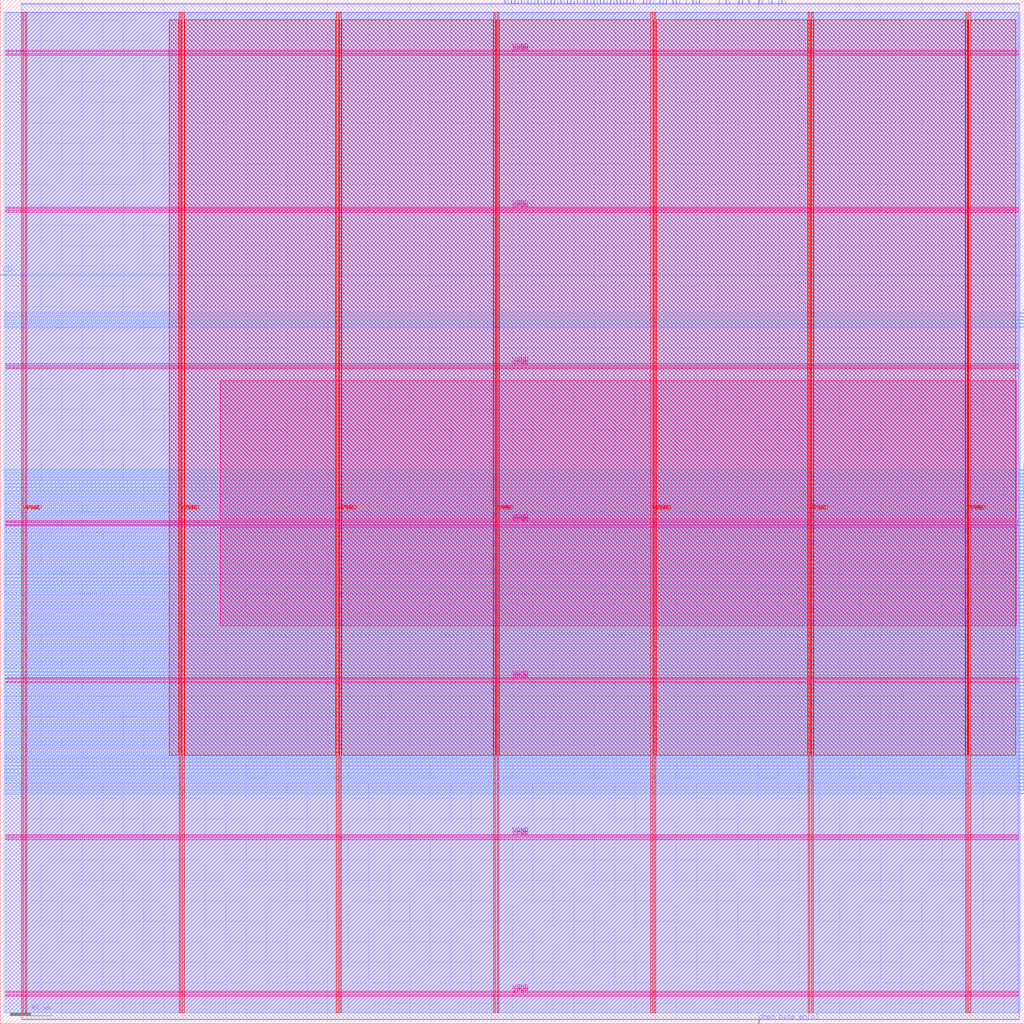
<source format=lef>
VERSION 5.7 ;
  NOWIREEXTENSIONATPIN ON ;
  DIVIDERCHAR "/" ;
  BUSBITCHARS "[]" ;
MACRO riscv_cpu
  CLASS BLOCK ;
  FOREIGN riscv_cpu ;
  ORIGIN 0.000 0.000 ;
  SIZE 1000.000 BY 1000.000 ;
  PIN VGND
    DIRECTION INOUT ;
    USE GROUND ;
    PORT
      LAYER met4 ;
        RECT 24.340 10.640 25.940 987.600 ;
    END
    PORT
      LAYER met4 ;
        RECT 177.940 10.640 179.540 987.600 ;
    END
    PORT
      LAYER met4 ;
        RECT 331.540 10.640 333.140 987.600 ;
    END
    PORT
      LAYER met4 ;
        RECT 485.140 10.640 486.740 987.600 ;
    END
    PORT
      LAYER met4 ;
        RECT 638.740 10.640 640.340 987.600 ;
    END
    PORT
      LAYER met4 ;
        RECT 792.340 10.640 793.940 987.600 ;
    END
    PORT
      LAYER met4 ;
        RECT 945.940 10.640 947.540 987.600 ;
    END
    PORT
      LAYER met5 ;
        RECT 5.280 30.030 994.300 31.630 ;
    END
    PORT
      LAYER met5 ;
        RECT 5.280 183.210 994.300 184.810 ;
    END
    PORT
      LAYER met5 ;
        RECT 5.280 336.390 994.300 337.990 ;
    END
    PORT
      LAYER met5 ;
        RECT 5.280 489.570 994.300 491.170 ;
    END
    PORT
      LAYER met5 ;
        RECT 5.280 642.750 994.300 644.350 ;
    END
    PORT
      LAYER met5 ;
        RECT 5.280 795.930 994.300 797.530 ;
    END
    PORT
      LAYER met5 ;
        RECT 5.280 949.110 994.300 950.710 ;
    END
  END VGND
  PIN VPWR
    DIRECTION INOUT ;
    USE POWER ;
    PORT
      LAYER met4 ;
        RECT 21.040 10.640 22.640 987.600 ;
    END
    PORT
      LAYER met4 ;
        RECT 174.640 10.640 176.240 987.600 ;
    END
    PORT
      LAYER met4 ;
        RECT 328.240 10.640 329.840 987.600 ;
    END
    PORT
      LAYER met4 ;
        RECT 481.840 10.640 483.440 987.600 ;
    END
    PORT
      LAYER met4 ;
        RECT 635.440 10.640 637.040 987.600 ;
    END
    PORT
      LAYER met4 ;
        RECT 789.040 10.640 790.640 987.600 ;
    END
    PORT
      LAYER met4 ;
        RECT 942.640 10.640 944.240 987.600 ;
    END
    PORT
      LAYER met5 ;
        RECT 5.280 26.730 994.300 28.330 ;
    END
    PORT
      LAYER met5 ;
        RECT 5.280 179.910 994.300 181.510 ;
    END
    PORT
      LAYER met5 ;
        RECT 5.280 333.090 994.300 334.690 ;
    END
    PORT
      LAYER met5 ;
        RECT 5.280 486.270 994.300 487.870 ;
    END
    PORT
      LAYER met5 ;
        RECT 5.280 639.450 994.300 641.050 ;
    END
    PORT
      LAYER met5 ;
        RECT 5.280 792.630 994.300 794.230 ;
    END
    PORT
      LAYER met5 ;
        RECT 5.280 945.810 994.300 947.410 ;
    END
  END VPWR
  PIN clk
    DIRECTION INPUT ;
    USE SIGNAL ;
    ANTENNAGATEAREA 0.852000 ;
    PORT
      LAYER met3 ;
        RECT 0.000 731.040 4.000 731.640 ;
    END
  END clk
  PIN dmem_addr[0]
    DIRECTION OUTPUT TRISTATE ;
    USE SIGNAL ;
    ANTENNADIFFAREA 0.445500 ;
    PORT
      LAYER met3 ;
        RECT 996.000 540.640 1000.000 541.240 ;
    END
  END dmem_addr[0]
  PIN dmem_addr[10]
    DIRECTION OUTPUT TRISTATE ;
    USE SIGNAL ;
    ANTENNADIFFAREA 0.445500 ;
    PORT
      LAYER met3 ;
        RECT 996.000 360.440 1000.000 361.040 ;
    END
  END dmem_addr[10]
  PIN dmem_addr[11]
    DIRECTION OUTPUT TRISTATE ;
    USE SIGNAL ;
    ANTENNADIFFAREA 0.795200 ;
    PORT
      LAYER met3 ;
        RECT 996.000 224.440 1000.000 225.040 ;
    END
  END dmem_addr[11]
  PIN dmem_addr[12]
    DIRECTION OUTPUT TRISTATE ;
    USE SIGNAL ;
    ANTENNADIFFAREA 0.445500 ;
    PORT
      LAYER met3 ;
        RECT 996.000 346.840 1000.000 347.440 ;
    END
  END dmem_addr[12]
  PIN dmem_addr[13]
    DIRECTION OUTPUT TRISTATE ;
    USE SIGNAL ;
    ANTENNADIFFAREA 0.795200 ;
    PORT
      LAYER met3 ;
        RECT 996.000 227.840 1000.000 228.440 ;
    END
  END dmem_addr[13]
  PIN dmem_addr[14]
    DIRECTION OUTPUT TRISTATE ;
    USE SIGNAL ;
    ANTENNADIFFAREA 0.445500 ;
    PORT
      LAYER met3 ;
        RECT 996.000 238.040 1000.000 238.640 ;
    END
  END dmem_addr[14]
  PIN dmem_addr[15]
    DIRECTION OUTPUT TRISTATE ;
    USE SIGNAL ;
    ANTENNADIFFAREA 0.795200 ;
    PORT
      LAYER met3 ;
        RECT 996.000 241.440 1000.000 242.040 ;
    END
  END dmem_addr[15]
  PIN dmem_addr[16]
    DIRECTION OUTPUT TRISTATE ;
    USE SIGNAL ;
    ANTENNADIFFAREA 0.795200 ;
    PORT
      LAYER met3 ;
        RECT 996.000 336.640 1000.000 337.240 ;
    END
  END dmem_addr[16]
  PIN dmem_addr[17]
    DIRECTION OUTPUT TRISTATE ;
    USE SIGNAL ;
    ANTENNADIFFAREA 0.445500 ;
    PORT
      LAYER met3 ;
        RECT 996.000 251.640 1000.000 252.240 ;
    END
  END dmem_addr[17]
  PIN dmem_addr[18]
    DIRECTION OUTPUT TRISTATE ;
    USE SIGNAL ;
    ANTENNADIFFAREA 0.445500 ;
    PORT
      LAYER met3 ;
        RECT 996.000 265.240 1000.000 265.840 ;
    END
  END dmem_addr[18]
  PIN dmem_addr[19]
    DIRECTION OUTPUT TRISTATE ;
    USE SIGNAL ;
    ANTENNADIFFAREA 0.795200 ;
    PORT
      LAYER met3 ;
        RECT 996.000 275.440 1000.000 276.040 ;
    END
  END dmem_addr[19]
  PIN dmem_addr[1]
    DIRECTION OUTPUT TRISTATE ;
    USE SIGNAL ;
    ANTENNADIFFAREA 0.445500 ;
    PORT
      LAYER met3 ;
        RECT 996.000 445.440 1000.000 446.040 ;
    END
  END dmem_addr[1]
  PIN dmem_addr[20]
    DIRECTION OUTPUT TRISTATE ;
    USE SIGNAL ;
    ANTENNADIFFAREA 0.795200 ;
    PORT
      LAYER met3 ;
        RECT 996.000 302.640 1000.000 303.240 ;
    END
  END dmem_addr[20]
  PIN dmem_addr[21]
    DIRECTION OUTPUT TRISTATE ;
    USE SIGNAL ;
    ANTENNADIFFAREA 0.795200 ;
    PORT
      LAYER met3 ;
        RECT 996.000 255.040 1000.000 255.640 ;
    END
  END dmem_addr[21]
  PIN dmem_addr[22]
    DIRECTION OUTPUT TRISTATE ;
    USE SIGNAL ;
    ANTENNADIFFAREA 0.445500 ;
    PORT
      LAYER met3 ;
        RECT 996.000 278.840 1000.000 279.440 ;
    END
  END dmem_addr[22]
  PIN dmem_addr[23]
    DIRECTION OUTPUT TRISTATE ;
    USE SIGNAL ;
    ANTENNADIFFAREA 0.795200 ;
    PORT
      LAYER met3 ;
        RECT 996.000 268.640 1000.000 269.240 ;
    END
  END dmem_addr[23]
  PIN dmem_addr[24]
    DIRECTION OUTPUT TRISTATE ;
    USE SIGNAL ;
    ANTENNADIFFAREA 0.445500 ;
    PORT
      LAYER met3 ;
        RECT 996.000 312.840 1000.000 313.440 ;
    END
  END dmem_addr[24]
  PIN dmem_addr[25]
    DIRECTION OUTPUT TRISTATE ;
    USE SIGNAL ;
    ANTENNADIFFAREA 0.445500 ;
    PORT
      LAYER met3 ;
        RECT 996.000 319.640 1000.000 320.240 ;
    END
  END dmem_addr[25]
  PIN dmem_addr[26]
    DIRECTION OUTPUT TRISTATE ;
    USE SIGNAL ;
    ANTENNADIFFAREA 0.795200 ;
    PORT
      LAYER met3 ;
        RECT 996.000 248.240 1000.000 248.840 ;
    END
  END dmem_addr[26]
  PIN dmem_addr[27]
    DIRECTION OUTPUT TRISTATE ;
    USE SIGNAL ;
    ANTENNADIFFAREA 0.445500 ;
    PORT
      LAYER met3 ;
        RECT 996.000 343.440 1000.000 344.040 ;
    END
  END dmem_addr[27]
  PIN dmem_addr[28]
    DIRECTION OUTPUT TRISTATE ;
    USE SIGNAL ;
    ANTENNADIFFAREA 0.795200 ;
    PORT
      LAYER met3 ;
        RECT 996.000 234.640 1000.000 235.240 ;
    END
  END dmem_addr[28]
  PIN dmem_addr[29]
    DIRECTION OUTPUT TRISTATE ;
    USE SIGNAL ;
    ANTENNADIFFAREA 0.445500 ;
    PORT
      LAYER met3 ;
        RECT 996.000 340.040 1000.000 340.640 ;
    END
  END dmem_addr[29]
  PIN dmem_addr[2]
    DIRECTION OUTPUT TRISTATE ;
    USE SIGNAL ;
    ANTENNADIFFAREA 0.445500 ;
    PORT
      LAYER met3 ;
        RECT 996.000 418.240 1000.000 418.840 ;
    END
  END dmem_addr[2]
  PIN dmem_addr[30]
    DIRECTION OUTPUT TRISTATE ;
    USE SIGNAL ;
    ANTENNADIFFAREA 0.795200 ;
    PORT
      LAYER met3 ;
        RECT 996.000 350.240 1000.000 350.840 ;
    END
  END dmem_addr[30]
  PIN dmem_addr[31]
    DIRECTION OUTPUT TRISTATE ;
    USE SIGNAL ;
    ANTENNADIFFAREA 0.445500 ;
    PORT
      LAYER met3 ;
        RECT 996.000 370.640 1000.000 371.240 ;
    END
  END dmem_addr[31]
  PIN dmem_addr[3]
    DIRECTION OUTPUT TRISTATE ;
    USE SIGNAL ;
    ANTENNADIFFAREA 0.445500 ;
    PORT
      LAYER met3 ;
        RECT 996.000 520.240 1000.000 520.840 ;
    END
  END dmem_addr[3]
  PIN dmem_addr[4]
    DIRECTION OUTPUT TRISTATE ;
    USE SIGNAL ;
    ANTENNADIFFAREA 0.795200 ;
    PORT
      LAYER met3 ;
        RECT 996.000 428.440 1000.000 429.040 ;
    END
  END dmem_addr[4]
  PIN dmem_addr[5]
    DIRECTION OUTPUT TRISTATE ;
    USE SIGNAL ;
    ANTENNADIFFAREA 0.445500 ;
    PORT
      LAYER met3 ;
        RECT 996.000 452.240 1000.000 452.840 ;
    END
  END dmem_addr[5]
  PIN dmem_addr[6]
    DIRECTION OUTPUT TRISTATE ;
    USE SIGNAL ;
    ANTENNADIFFAREA 0.795200 ;
    PORT
      LAYER met3 ;
        RECT 996.000 357.040 1000.000 357.640 ;
    END
  END dmem_addr[6]
  PIN dmem_addr[7]
    DIRECTION OUTPUT TRISTATE ;
    USE SIGNAL ;
    ANTENNADIFFAREA 0.445500 ;
    PORT
      LAYER met3 ;
        RECT 996.000 367.240 1000.000 367.840 ;
    END
  END dmem_addr[7]
  PIN dmem_addr[8]
    DIRECTION OUTPUT TRISTATE ;
    USE SIGNAL ;
    ANTENNADIFFAREA 0.445500 ;
    PORT
      LAYER met3 ;
        RECT 996.000 401.240 1000.000 401.840 ;
    END
  END dmem_addr[8]
  PIN dmem_addr[9]
    DIRECTION OUTPUT TRISTATE ;
    USE SIGNAL ;
    ANTENNADIFFAREA 0.795200 ;
    PORT
      LAYER met3 ;
        RECT 996.000 380.840 1000.000 381.440 ;
    END
  END dmem_addr[9]
  PIN dmem_byte_en[0]
    DIRECTION OUTPUT TRISTATE ;
    USE SIGNAL ;
    PORT
      LAYER met2 ;
        RECT 740.690 0.000 740.970 4.000 ;
    END
  END dmem_byte_en[0]
  PIN dmem_byte_en[1]
    DIRECTION OUTPUT TRISTATE ;
    USE SIGNAL ;
    ANTENNADIFFAREA 0.795200 ;
    PORT
      LAYER met2 ;
        RECT 608.670 996.000 608.950 1000.000 ;
    END
  END dmem_byte_en[1]
  PIN dmem_byte_en[2]
    DIRECTION OUTPUT TRISTATE ;
    USE SIGNAL ;
    ANTENNADIFFAREA 0.795200 ;
    PORT
      LAYER met2 ;
        RECT 582.910 996.000 583.190 1000.000 ;
    END
  END dmem_byte_en[2]
  PIN dmem_byte_en[3]
    DIRECTION OUTPUT TRISTATE ;
    USE SIGNAL ;
    ANTENNADIFFAREA 0.795200 ;
    PORT
      LAYER met2 ;
        RECT 592.570 996.000 592.850 1000.000 ;
    END
  END dmem_byte_en[3]
  PIN dmem_rdata[0]
    DIRECTION INPUT ;
    USE SIGNAL ;
    ANTENNAGATEAREA 0.213000 ;
    PORT
      LAYER met3 ;
        RECT 996.000 462.440 1000.000 463.040 ;
    END
  END dmem_rdata[0]
  PIN dmem_rdata[10]
    DIRECTION INPUT ;
    USE SIGNAL ;
    ANTENNAGATEAREA 0.213000 ;
    PORT
      LAYER met3 ;
        RECT 996.000 374.040 1000.000 374.640 ;
    END
  END dmem_rdata[10]
  PIN dmem_rdata[11]
    DIRECTION INPUT ;
    USE SIGNAL ;
    ANTENNAGATEAREA 0.213000 ;
    PORT
      LAYER met3 ;
        RECT 996.000 363.840 1000.000 364.440 ;
    END
  END dmem_rdata[11]
  PIN dmem_rdata[12]
    DIRECTION INPUT ;
    USE SIGNAL ;
    ANTENNAGATEAREA 0.213000 ;
    PORT
      LAYER met3 ;
        RECT 996.000 353.640 1000.000 354.240 ;
    END
  END dmem_rdata[12]
  PIN dmem_rdata[13]
    DIRECTION INPUT ;
    USE SIGNAL ;
    ANTENNAGATEAREA 0.213000 ;
    PORT
      LAYER met3 ;
        RECT 996.000 261.840 1000.000 262.440 ;
    END
  END dmem_rdata[13]
  PIN dmem_rdata[14]
    DIRECTION INPUT ;
    USE SIGNAL ;
    ANTENNAGATEAREA 0.213000 ;
    PORT
      LAYER met3 ;
        RECT 996.000 323.040 1000.000 323.640 ;
    END
  END dmem_rdata[14]
  PIN dmem_rdata[15]
    DIRECTION INPUT ;
    USE SIGNAL ;
    ANTENNAGATEAREA 0.213000 ;
    PORT
      LAYER met3 ;
        RECT 996.000 309.440 1000.000 310.040 ;
    END
  END dmem_rdata[15]
  PIN dmem_rdata[16]
    DIRECTION INPUT ;
    USE SIGNAL ;
    ANTENNAGATEAREA 0.213000 ;
    PORT
      LAYER met3 ;
        RECT 996.000 244.840 1000.000 245.440 ;
    END
  END dmem_rdata[16]
  PIN dmem_rdata[17]
    DIRECTION INPUT ;
    USE SIGNAL ;
    ANTENNAGATEAREA 0.213000 ;
    PORT
      LAYER met3 ;
        RECT 996.000 272.040 1000.000 272.640 ;
    END
  END dmem_rdata[17]
  PIN dmem_rdata[18]
    DIRECTION INPUT ;
    USE SIGNAL ;
    ANTENNAGATEAREA 0.213000 ;
    PORT
      LAYER met3 ;
        RECT 996.000 306.040 1000.000 306.640 ;
    END
  END dmem_rdata[18]
  PIN dmem_rdata[19]
    DIRECTION INPUT ;
    USE SIGNAL ;
    ANTENNAGATEAREA 0.159000 ;
    PORT
      LAYER met3 ;
        RECT 996.000 282.240 1000.000 282.840 ;
    END
  END dmem_rdata[19]
  PIN dmem_rdata[1]
    DIRECTION INPUT ;
    USE SIGNAL ;
    ANTENNAGATEAREA 0.213000 ;
    PORT
      LAYER met3 ;
        RECT 996.000 421.640 1000.000 422.240 ;
    END
  END dmem_rdata[1]
  PIN dmem_rdata[20]
    DIRECTION INPUT ;
    USE SIGNAL ;
    ANTENNAGATEAREA 0.213000 ;
    PORT
      LAYER met3 ;
        RECT 996.000 285.640 1000.000 286.240 ;
    END
  END dmem_rdata[20]
  PIN dmem_rdata[21]
    DIRECTION INPUT ;
    USE SIGNAL ;
    ANTENNAGATEAREA 0.159000 ;
    PORT
      LAYER met3 ;
        RECT 996.000 299.240 1000.000 299.840 ;
    END
  END dmem_rdata[21]
  PIN dmem_rdata[22]
    DIRECTION INPUT ;
    USE SIGNAL ;
    ANTENNAGATEAREA 0.159000 ;
    PORT
      LAYER met3 ;
        RECT 996.000 292.440 1000.000 293.040 ;
    END
  END dmem_rdata[22]
  PIN dmem_rdata[23]
    DIRECTION INPUT ;
    USE SIGNAL ;
    ANTENNAGATEAREA 0.213000 ;
    PORT
      LAYER met3 ;
        RECT 996.000 289.040 1000.000 289.640 ;
    END
  END dmem_rdata[23]
  PIN dmem_rdata[24]
    DIRECTION INPUT ;
    USE SIGNAL ;
    ANTENNAGATEAREA 0.213000 ;
    PORT
      LAYER met3 ;
        RECT 996.000 295.840 1000.000 296.440 ;
    END
  END dmem_rdata[24]
  PIN dmem_rdata[25]
    DIRECTION INPUT ;
    USE SIGNAL ;
    ANTENNAGATEAREA 0.213000 ;
    PORT
      LAYER met3 ;
        RECT 996.000 316.240 1000.000 316.840 ;
    END
  END dmem_rdata[25]
  PIN dmem_rdata[26]
    DIRECTION INPUT ;
    USE SIGNAL ;
    ANTENNAGATEAREA 0.213000 ;
    PORT
      LAYER met3 ;
        RECT 996.000 258.440 1000.000 259.040 ;
    END
  END dmem_rdata[26]
  PIN dmem_rdata[27]
    DIRECTION INPUT ;
    USE SIGNAL ;
    ANTENNAGATEAREA 0.213000 ;
    PORT
      LAYER met3 ;
        RECT 996.000 333.240 1000.000 333.840 ;
    END
  END dmem_rdata[27]
  PIN dmem_rdata[28]
    DIRECTION INPUT ;
    USE SIGNAL ;
    ANTENNAGATEAREA 0.213000 ;
    PORT
      LAYER met3 ;
        RECT 996.000 326.440 1000.000 327.040 ;
    END
  END dmem_rdata[28]
  PIN dmem_rdata[29]
    DIRECTION INPUT ;
    USE SIGNAL ;
    ANTENNAGATEAREA 0.213000 ;
    PORT
      LAYER met3 ;
        RECT 996.000 231.240 1000.000 231.840 ;
    END
  END dmem_rdata[29]
  PIN dmem_rdata[2]
    DIRECTION INPUT ;
    USE SIGNAL ;
    ANTENNAGATEAREA 0.213000 ;
    PORT
      LAYER met3 ;
        RECT 996.000 425.040 1000.000 425.640 ;
    END
  END dmem_rdata[2]
  PIN dmem_rdata[30]
    DIRECTION INPUT ;
    USE SIGNAL ;
    ANTENNAGATEAREA 0.213000 ;
    PORT
      LAYER met3 ;
        RECT 996.000 329.840 1000.000 330.440 ;
    END
  END dmem_rdata[30]
  PIN dmem_rdata[31]
    DIRECTION INPUT ;
    USE SIGNAL ;
    ANTENNAGATEAREA 0.213000 ;
    PORT
      LAYER met3 ;
        RECT 996.000 459.040 1000.000 459.640 ;
    END
  END dmem_rdata[31]
  PIN dmem_rdata[3]
    DIRECTION INPUT ;
    USE SIGNAL ;
    ANTENNAGATEAREA 0.213000 ;
    PORT
      LAYER met3 ;
        RECT 996.000 438.640 1000.000 439.240 ;
    END
  END dmem_rdata[3]
  PIN dmem_rdata[4]
    DIRECTION INPUT ;
    USE SIGNAL ;
    ANTENNAGATEAREA 0.213000 ;
    PORT
      LAYER met3 ;
        RECT 996.000 506.640 1000.000 507.240 ;
    END
  END dmem_rdata[4]
  PIN dmem_rdata[5]
    DIRECTION INPUT ;
    USE SIGNAL ;
    ANTENNAGATEAREA 0.213000 ;
    PORT
      LAYER met3 ;
        RECT 996.000 435.240 1000.000 435.840 ;
    END
  END dmem_rdata[5]
  PIN dmem_rdata[6]
    DIRECTION INPUT ;
    USE SIGNAL ;
    ANTENNAGATEAREA 0.213000 ;
    PORT
      LAYER met3 ;
        RECT 996.000 411.440 1000.000 412.040 ;
    END
  END dmem_rdata[6]
  PIN dmem_rdata[7]
    DIRECTION INPUT ;
    USE SIGNAL ;
    ANTENNAGATEAREA 0.213000 ;
    PORT
      LAYER met3 ;
        RECT 996.000 377.440 1000.000 378.040 ;
    END
  END dmem_rdata[7]
  PIN dmem_rdata[8]
    DIRECTION INPUT ;
    USE SIGNAL ;
    ANTENNAGATEAREA 0.213000 ;
    PORT
      LAYER met3 ;
        RECT 996.000 387.640 1000.000 388.240 ;
    END
  END dmem_rdata[8]
  PIN dmem_rdata[9]
    DIRECTION INPUT ;
    USE SIGNAL ;
    ANTENNAGATEAREA 0.213000 ;
    PORT
      LAYER met3 ;
        RECT 996.000 384.240 1000.000 384.840 ;
    END
  END dmem_rdata[9]
  PIN dmem_re
    DIRECTION OUTPUT TRISTATE ;
    USE SIGNAL ;
    ANTENNADIFFAREA 0.795200 ;
    PORT
      LAYER met2 ;
        RECT 566.810 996.000 567.090 1000.000 ;
    END
  END dmem_re
  PIN dmem_wdata[0]
    DIRECTION OUTPUT TRISTATE ;
    USE SIGNAL ;
    ANTENNADIFFAREA 0.795200 ;
    PORT
      LAYER met3 ;
        RECT 996.000 516.840 1000.000 517.440 ;
    END
  END dmem_wdata[0]
  PIN dmem_wdata[10]
    DIRECTION OUTPUT TRISTATE ;
    USE SIGNAL ;
    ANTENNADIFFAREA 0.795200 ;
    PORT
      LAYER met3 ;
        RECT 996.000 408.040 1000.000 408.640 ;
    END
  END dmem_wdata[10]
  PIN dmem_wdata[11]
    DIRECTION OUTPUT TRISTATE ;
    USE SIGNAL ;
    ANTENNADIFFAREA 0.445500 ;
    PORT
      LAYER met3 ;
        RECT 996.000 472.640 1000.000 473.240 ;
    END
  END dmem_wdata[11]
  PIN dmem_wdata[12]
    DIRECTION OUTPUT TRISTATE ;
    USE SIGNAL ;
    ANTENNADIFFAREA 0.445500 ;
    PORT
      LAYER met3 ;
        RECT 996.000 391.040 1000.000 391.640 ;
    END
  END dmem_wdata[12]
  PIN dmem_wdata[13]
    DIRECTION OUTPUT TRISTATE ;
    USE SIGNAL ;
    ANTENNADIFFAREA 0.795200 ;
    PORT
      LAYER met3 ;
        RECT 996.000 476.040 1000.000 476.640 ;
    END
  END dmem_wdata[13]
  PIN dmem_wdata[14]
    DIRECTION OUTPUT TRISTATE ;
    USE SIGNAL ;
    ANTENNADIFFAREA 0.795200 ;
    PORT
      LAYER met3 ;
        RECT 996.000 404.640 1000.000 405.240 ;
    END
  END dmem_wdata[14]
  PIN dmem_wdata[15]
    DIRECTION OUTPUT TRISTATE ;
    USE SIGNAL ;
    ANTENNADIFFAREA 0.445500 ;
    PORT
      LAYER met3 ;
        RECT 996.000 394.440 1000.000 395.040 ;
    END
  END dmem_wdata[15]
  PIN dmem_wdata[16]
    DIRECTION OUTPUT TRISTATE ;
    USE SIGNAL ;
    ANTENNADIFFAREA 0.445500 ;
    PORT
      LAYER met3 ;
        RECT 996.000 486.240 1000.000 486.840 ;
    END
  END dmem_wdata[16]
  PIN dmem_wdata[17]
    DIRECTION OUTPUT TRISTATE ;
    USE SIGNAL ;
    ANTENNADIFFAREA 0.445500 ;
    PORT
      LAYER met3 ;
        RECT 996.000 527.040 1000.000 527.640 ;
    END
  END dmem_wdata[17]
  PIN dmem_wdata[18]
    DIRECTION OUTPUT TRISTATE ;
    USE SIGNAL ;
    ANTENNADIFFAREA 0.795200 ;
    PORT
      LAYER met3 ;
        RECT 996.000 455.640 1000.000 456.240 ;
    END
  END dmem_wdata[18]
  PIN dmem_wdata[19]
    DIRECTION OUTPUT TRISTATE ;
    USE SIGNAL ;
    ANTENNADIFFAREA 0.795200 ;
    PORT
      LAYER met3 ;
        RECT 996.000 510.040 1000.000 510.640 ;
    END
  END dmem_wdata[19]
  PIN dmem_wdata[1]
    DIRECTION OUTPUT TRISTATE ;
    USE SIGNAL ;
    ANTENNADIFFAREA 0.795200 ;
    PORT
      LAYER met3 ;
        RECT 996.000 496.440 1000.000 497.040 ;
    END
  END dmem_wdata[1]
  PIN dmem_wdata[20]
    DIRECTION OUTPUT TRISTATE ;
    USE SIGNAL ;
    ANTENNADIFFAREA 0.795200 ;
    PORT
      LAYER met3 ;
        RECT 996.000 448.840 1000.000 449.440 ;
    END
  END dmem_wdata[20]
  PIN dmem_wdata[21]
    DIRECTION OUTPUT TRISTATE ;
    USE SIGNAL ;
    ANTENNADIFFAREA 0.795200 ;
    PORT
      LAYER met3 ;
        RECT 996.000 482.840 1000.000 483.440 ;
    END
  END dmem_wdata[21]
  PIN dmem_wdata[22]
    DIRECTION OUTPUT TRISTATE ;
    USE SIGNAL ;
    ANTENNADIFFAREA 0.445500 ;
    PORT
      LAYER met3 ;
        RECT 996.000 499.840 1000.000 500.440 ;
    END
  END dmem_wdata[22]
  PIN dmem_wdata[23]
    DIRECTION OUTPUT TRISTATE ;
    USE SIGNAL ;
    ANTENNADIFFAREA 0.445500 ;
    PORT
      LAYER met3 ;
        RECT 996.000 465.840 1000.000 466.440 ;
    END
  END dmem_wdata[23]
  PIN dmem_wdata[24]
    DIRECTION OUTPUT TRISTATE ;
    USE SIGNAL ;
    ANTENNADIFFAREA 0.445500 ;
    PORT
      LAYER met3 ;
        RECT 996.000 442.040 1000.000 442.640 ;
    END
  END dmem_wdata[24]
  PIN dmem_wdata[25]
    DIRECTION OUTPUT TRISTATE ;
    USE SIGNAL ;
    ANTENNADIFFAREA 0.445500 ;
    PORT
      LAYER met3 ;
        RECT 996.000 469.240 1000.000 469.840 ;
    END
  END dmem_wdata[25]
  PIN dmem_wdata[26]
    DIRECTION OUTPUT TRISTATE ;
    USE SIGNAL ;
    ANTENNADIFFAREA 0.795200 ;
    PORT
      LAYER met3 ;
        RECT 996.000 537.240 1000.000 537.840 ;
    END
  END dmem_wdata[26]
  PIN dmem_wdata[27]
    DIRECTION OUTPUT TRISTATE ;
    USE SIGNAL ;
    ANTENNADIFFAREA 0.445500 ;
    PORT
      LAYER met3 ;
        RECT 996.000 513.440 1000.000 514.040 ;
    END
  END dmem_wdata[27]
  PIN dmem_wdata[28]
    DIRECTION OUTPUT TRISTATE ;
    USE SIGNAL ;
    ANTENNADIFFAREA 0.445500 ;
    PORT
      LAYER met3 ;
        RECT 996.000 493.040 1000.000 493.640 ;
    END
  END dmem_wdata[28]
  PIN dmem_wdata[29]
    DIRECTION OUTPUT TRISTATE ;
    USE SIGNAL ;
    ANTENNADIFFAREA 0.795200 ;
    PORT
      LAYER met3 ;
        RECT 996.000 489.640 1000.000 490.240 ;
    END
  END dmem_wdata[29]
  PIN dmem_wdata[2]
    DIRECTION OUTPUT TRISTATE ;
    USE SIGNAL ;
    ANTENNADIFFAREA 0.445500 ;
    PORT
      LAYER met3 ;
        RECT 996.000 479.440 1000.000 480.040 ;
    END
  END dmem_wdata[2]
  PIN dmem_wdata[30]
    DIRECTION OUTPUT TRISTATE ;
    USE SIGNAL ;
    ANTENNADIFFAREA 0.795200 ;
    PORT
      LAYER met3 ;
        RECT 996.000 523.640 1000.000 524.240 ;
    END
  END dmem_wdata[30]
  PIN dmem_wdata[31]
    DIRECTION OUTPUT TRISTATE ;
    USE SIGNAL ;
    ANTENNADIFFAREA 0.445500 ;
    PORT
      LAYER met3 ;
        RECT 996.000 533.840 1000.000 534.440 ;
    END
  END dmem_wdata[31]
  PIN dmem_wdata[3]
    DIRECTION OUTPUT TRISTATE ;
    USE SIGNAL ;
    ANTENNADIFFAREA 0.795200 ;
    PORT
      LAYER met3 ;
        RECT 996.000 530.440 1000.000 531.040 ;
    END
  END dmem_wdata[3]
  PIN dmem_wdata[4]
    DIRECTION OUTPUT TRISTATE ;
    USE SIGNAL ;
    ANTENNADIFFAREA 0.445500 ;
    PORT
      LAYER met3 ;
        RECT 996.000 414.840 1000.000 415.440 ;
    END
  END dmem_wdata[4]
  PIN dmem_wdata[5]
    DIRECTION OUTPUT TRISTATE ;
    USE SIGNAL ;
    ANTENNADIFFAREA 0.795200 ;
    PORT
      LAYER met2 ;
        RECT 615.110 996.000 615.390 1000.000 ;
    END
  END dmem_wdata[5]
  PIN dmem_wdata[6]
    DIRECTION OUTPUT TRISTATE ;
    USE SIGNAL ;
    ANTENNADIFFAREA 0.795200 ;
    PORT
      LAYER met2 ;
        RECT 611.890 996.000 612.170 1000.000 ;
    END
  END dmem_wdata[6]
  PIN dmem_wdata[7]
    DIRECTION OUTPUT TRISTATE ;
    USE SIGNAL ;
    ANTENNADIFFAREA 0.795200 ;
    PORT
      LAYER met2 ;
        RECT 618.330 996.000 618.610 1000.000 ;
    END
  END dmem_wdata[7]
  PIN dmem_wdata[8]
    DIRECTION OUTPUT TRISTATE ;
    USE SIGNAL ;
    ANTENNADIFFAREA 0.445500 ;
    PORT
      LAYER met3 ;
        RECT 996.000 397.840 1000.000 398.440 ;
    END
  END dmem_wdata[8]
  PIN dmem_wdata[9]
    DIRECTION OUTPUT TRISTATE ;
    USE SIGNAL ;
    ANTENNADIFFAREA 0.795200 ;
    PORT
      LAYER met3 ;
        RECT 996.000 503.240 1000.000 503.840 ;
    END
  END dmem_wdata[9]
  PIN dmem_we
    DIRECTION OUTPUT TRISTATE ;
    USE SIGNAL ;
    ANTENNADIFFAREA 0.795200 ;
    PORT
      LAYER met2 ;
        RECT 586.130 996.000 586.410 1000.000 ;
    END
  END dmem_we
  PIN imem_addr[0]
    DIRECTION OUTPUT TRISTATE ;
    USE SIGNAL ;
    ANTENNADIFFAREA 0.795200 ;
    PORT
      LAYER met2 ;
        RECT 656.970 996.000 657.250 1000.000 ;
    END
  END imem_addr[0]
  PIN imem_addr[10]
    DIRECTION OUTPUT TRISTATE ;
    USE SIGNAL ;
    ANTENNADIFFAREA 0.795200 ;
    PORT
      LAYER met2 ;
        RECT 663.410 996.000 663.690 1000.000 ;
    END
  END imem_addr[10]
  PIN imem_addr[11]
    DIRECTION OUTPUT TRISTATE ;
    USE SIGNAL ;
    ANTENNADIFFAREA 0.795200 ;
    PORT
      LAYER met2 ;
        RECT 676.290 996.000 676.570 1000.000 ;
    END
  END imem_addr[11]
  PIN imem_addr[12]
    DIRECTION OUTPUT TRISTATE ;
    USE SIGNAL ;
    ANTENNADIFFAREA 0.795200 ;
    PORT
      LAYER met2 ;
        RECT 679.510 996.000 679.790 1000.000 ;
    END
  END imem_addr[12]
  PIN imem_addr[13]
    DIRECTION OUTPUT TRISTATE ;
    USE SIGNAL ;
    ANTENNADIFFAREA 0.795200 ;
    PORT
      LAYER met2 ;
        RECT 682.730 996.000 683.010 1000.000 ;
    END
  END imem_addr[13]
  PIN imem_addr[14]
    DIRECTION OUTPUT TRISTATE ;
    USE SIGNAL ;
    ANTENNADIFFAREA 0.795200 ;
    PORT
      LAYER met2 ;
        RECT 702.050 996.000 702.330 1000.000 ;
    END
  END imem_addr[14]
  PIN imem_addr[15]
    DIRECTION OUTPUT TRISTATE ;
    USE SIGNAL ;
    ANTENNADIFFAREA 0.795200 ;
    PORT
      LAYER met2 ;
        RECT 708.490 996.000 708.770 1000.000 ;
    END
  END imem_addr[15]
  PIN imem_addr[16]
    DIRECTION OUTPUT TRISTATE ;
    USE SIGNAL ;
    ANTENNADIFFAREA 0.795200 ;
    PORT
      LAYER met2 ;
        RECT 711.710 996.000 711.990 1000.000 ;
    END
  END imem_addr[16]
  PIN imem_addr[17]
    DIRECTION OUTPUT TRISTATE ;
    USE SIGNAL ;
    ANTENNADIFFAREA 0.795200 ;
    PORT
      LAYER met2 ;
        RECT 724.590 996.000 724.870 1000.000 ;
    END
  END imem_addr[17]
  PIN imem_addr[18]
    DIRECTION OUTPUT TRISTATE ;
    USE SIGNAL ;
    ANTENNADIFFAREA 0.795200 ;
    PORT
      LAYER met2 ;
        RECT 721.370 996.000 721.650 1000.000 ;
    END
  END imem_addr[18]
  PIN imem_addr[19]
    DIRECTION OUTPUT TRISTATE ;
    USE SIGNAL ;
    ANTENNADIFFAREA 0.795200 ;
    PORT
      LAYER met2 ;
        RECT 731.030 996.000 731.310 1000.000 ;
    END
  END imem_addr[19]
  PIN imem_addr[1]
    DIRECTION OUTPUT TRISTATE ;
    USE SIGNAL ;
    ANTENNADIFFAREA 0.795200 ;
    PORT
      LAYER met2 ;
        RECT 669.850 996.000 670.130 1000.000 ;
    END
  END imem_addr[1]
  PIN imem_addr[20]
    DIRECTION OUTPUT TRISTATE ;
    USE SIGNAL ;
    ANTENNADIFFAREA 0.795200 ;
    PORT
      LAYER met2 ;
        RECT 743.910 996.000 744.190 1000.000 ;
    END
  END imem_addr[20]
  PIN imem_addr[21]
    DIRECTION OUTPUT TRISTATE ;
    USE SIGNAL ;
    ANTENNADIFFAREA 0.795200 ;
    PORT
      LAYER met2 ;
        RECT 740.690 996.000 740.970 1000.000 ;
    END
  END imem_addr[21]
  PIN imem_addr[22]
    DIRECTION OUTPUT TRISTATE ;
    USE SIGNAL ;
    ANTENNADIFFAREA 0.795200 ;
    PORT
      LAYER met2 ;
        RECT 760.010 996.000 760.290 1000.000 ;
    END
  END imem_addr[22]
  PIN imem_addr[23]
    DIRECTION OUTPUT TRISTATE ;
    USE SIGNAL ;
    ANTENNADIFFAREA 0.795200 ;
    PORT
      LAYER met2 ;
        RECT 763.230 996.000 763.510 1000.000 ;
    END
  END imem_addr[23]
  PIN imem_addr[24]
    DIRECTION OUTPUT TRISTATE ;
    USE SIGNAL ;
    ANTENNADIFFAREA 0.445500 ;
    PORT
      LAYER met3 ;
        RECT 996.000 693.640 1000.000 694.240 ;
    END
  END imem_addr[24]
  PIN imem_addr[25]
    DIRECTION OUTPUT TRISTATE ;
    USE SIGNAL ;
    ANTENNADIFFAREA 0.795200 ;
    PORT
      LAYER met3 ;
        RECT 996.000 686.840 1000.000 687.440 ;
    END
  END imem_addr[25]
  PIN imem_addr[26]
    DIRECTION OUTPUT TRISTATE ;
    USE SIGNAL ;
    ANTENNADIFFAREA 0.795200 ;
    PORT
      LAYER met3 ;
        RECT 996.000 683.440 1000.000 684.040 ;
    END
  END imem_addr[26]
  PIN imem_addr[27]
    DIRECTION OUTPUT TRISTATE ;
    USE SIGNAL ;
    ANTENNADIFFAREA 0.795200 ;
    PORT
      LAYER met2 ;
        RECT 753.570 996.000 753.850 1000.000 ;
    END
  END imem_addr[27]
  PIN imem_addr[28]
    DIRECTION OUTPUT TRISTATE ;
    USE SIGNAL ;
    ANTENNADIFFAREA 0.795200 ;
    PORT
      LAYER met2 ;
        RECT 766.450 996.000 766.730 1000.000 ;
    END
  END imem_addr[28]
  PIN imem_addr[29]
    DIRECTION OUTPUT TRISTATE ;
    USE SIGNAL ;
    ANTENNADIFFAREA 0.795200 ;
    PORT
      LAYER met3 ;
        RECT 996.000 690.240 1000.000 690.840 ;
    END
  END imem_addr[29]
  PIN imem_addr[2]
    DIRECTION OUTPUT TRISTATE ;
    USE SIGNAL ;
    ANTENNADIFFAREA 0.795200 ;
    PORT
      LAYER met2 ;
        RECT 634.430 996.000 634.710 1000.000 ;
    END
  END imem_addr[2]
  PIN imem_addr[30]
    DIRECTION OUTPUT TRISTATE ;
    USE SIGNAL ;
    ANTENNADIFFAREA 0.795200 ;
    PORT
      LAYER met2 ;
        RECT 750.350 996.000 750.630 1000.000 ;
    END
  END imem_addr[30]
  PIN imem_addr[31]
    DIRECTION OUTPUT TRISTATE ;
    USE SIGNAL ;
    ANTENNADIFFAREA 0.445500 ;
    PORT
      LAYER met3 ;
        RECT 996.000 680.040 1000.000 680.640 ;
    END
  END imem_addr[31]
  PIN imem_addr[3]
    DIRECTION OUTPUT TRISTATE ;
    USE SIGNAL ;
    ANTENNADIFFAREA 0.795200 ;
    PORT
      LAYER met2 ;
        RECT 631.210 996.000 631.490 1000.000 ;
    END
  END imem_addr[3]
  PIN imem_addr[4]
    DIRECTION OUTPUT TRISTATE ;
    USE SIGNAL ;
    ANTENNADIFFAREA 0.795200 ;
    PORT
      LAYER met2 ;
        RECT 650.530 996.000 650.810 1000.000 ;
    END
  END imem_addr[4]
  PIN imem_addr[5]
    DIRECTION OUTPUT TRISTATE ;
    USE SIGNAL ;
    ANTENNADIFFAREA 0.795200 ;
    PORT
      LAYER met2 ;
        RECT 627.990 996.000 628.270 1000.000 ;
    END
  END imem_addr[5]
  PIN imem_addr[6]
    DIRECTION OUTPUT TRISTATE ;
    USE SIGNAL ;
    ANTENNADIFFAREA 0.795200 ;
    PORT
      LAYER met2 ;
        RECT 637.650 996.000 637.930 1000.000 ;
    END
  END imem_addr[6]
  PIN imem_addr[7]
    DIRECTION OUTPUT TRISTATE ;
    USE SIGNAL ;
    ANTENNADIFFAREA 0.795200 ;
    PORT
      LAYER met2 ;
        RECT 647.310 996.000 647.590 1000.000 ;
    END
  END imem_addr[7]
  PIN imem_addr[8]
    DIRECTION OUTPUT TRISTATE ;
    USE SIGNAL ;
    ANTENNADIFFAREA 0.795200 ;
    PORT
      LAYER met2 ;
        RECT 644.090 996.000 644.370 1000.000 ;
    END
  END imem_addr[8]
  PIN imem_addr[9]
    DIRECTION OUTPUT TRISTATE ;
    USE SIGNAL ;
    ANTENNADIFFAREA 0.795200 ;
    PORT
      LAYER met2 ;
        RECT 660.190 996.000 660.470 1000.000 ;
    END
  END imem_addr[9]
  PIN imem_data[0]
    DIRECTION INPUT ;
    USE SIGNAL ;
    ANTENNAGATEAREA 0.159000 ;
    PORT
      LAYER met2 ;
        RECT 570.030 996.000 570.310 1000.000 ;
    END
  END imem_data[0]
  PIN imem_data[10]
    DIRECTION INPUT ;
    USE SIGNAL ;
    ANTENNAGATEAREA 0.159000 ;
    PORT
      LAYER met2 ;
        RECT 528.170 996.000 528.450 1000.000 ;
    END
  END imem_data[10]
  PIN imem_data[11]
    DIRECTION INPUT ;
    USE SIGNAL ;
    ANTENNAGATEAREA 0.159000 ;
    PORT
      LAYER met2 ;
        RECT 531.390 996.000 531.670 1000.000 ;
    END
  END imem_data[11]
  PIN imem_data[12]
    DIRECTION INPUT ;
    USE SIGNAL ;
    ANTENNAGATEAREA 0.159000 ;
    PORT
      LAYER met2 ;
        RECT 537.830 996.000 538.110 1000.000 ;
    END
  END imem_data[12]
  PIN imem_data[13]
    DIRECTION INPUT ;
    USE SIGNAL ;
    ANTENNAGATEAREA 0.159000 ;
    PORT
      LAYER met2 ;
        RECT 492.750 996.000 493.030 1000.000 ;
    END
  END imem_data[13]
  PIN imem_data[14]
    DIRECTION INPUT ;
    USE SIGNAL ;
    ANTENNAGATEAREA 0.159000 ;
    PORT
      LAYER met2 ;
        RECT 534.610 996.000 534.890 1000.000 ;
    END
  END imem_data[14]
  PIN imem_data[15]
    DIRECTION INPUT ;
    USE SIGNAL ;
    ANTENNAGATEAREA 0.159000 ;
    PORT
      LAYER met2 ;
        RECT 495.970 996.000 496.250 1000.000 ;
    END
  END imem_data[15]
  PIN imem_data[16]
    DIRECTION INPUT ;
    USE SIGNAL ;
    ANTENNAGATEAREA 0.159000 ;
    PORT
      LAYER met2 ;
        RECT 505.630 996.000 505.910 1000.000 ;
    END
  END imem_data[16]
  PIN imem_data[17]
    DIRECTION INPUT ;
    USE SIGNAL ;
    ANTENNAGATEAREA 0.213000 ;
    PORT
      LAYER met2 ;
        RECT 499.190 996.000 499.470 1000.000 ;
    END
  END imem_data[17]
  PIN imem_data[18]
    DIRECTION INPUT ;
    USE SIGNAL ;
    ANTENNAGATEAREA 0.213000 ;
    PORT
      LAYER met2 ;
        RECT 502.410 996.000 502.690 1000.000 ;
    END
  END imem_data[18]
  PIN imem_data[19]
    DIRECTION INPUT ;
    USE SIGNAL ;
    ANTENNAGATEAREA 0.159000 ;
    PORT
      LAYER met2 ;
        RECT 512.070 996.000 512.350 1000.000 ;
    END
  END imem_data[19]
  PIN imem_data[1]
    DIRECTION INPUT ;
    USE SIGNAL ;
    ANTENNAGATEAREA 0.159000 ;
    PORT
      LAYER met2 ;
        RECT 573.250 996.000 573.530 1000.000 ;
    END
  END imem_data[1]
  PIN imem_data[20]
    DIRECTION INPUT ;
    USE SIGNAL ;
    ANTENNAGATEAREA 0.159000 ;
    PORT
      LAYER met2 ;
        RECT 515.290 996.000 515.570 1000.000 ;
    END
  END imem_data[20]
  PIN imem_data[21]
    DIRECTION INPUT ;
    USE SIGNAL ;
    ANTENNAGATEAREA 0.159000 ;
    PORT
      LAYER met2 ;
        RECT 508.850 996.000 509.130 1000.000 ;
    END
  END imem_data[21]
  PIN imem_data[22]
    DIRECTION INPUT ;
    USE SIGNAL ;
    ANTENNAGATEAREA 0.159000 ;
    PORT
      LAYER met2 ;
        RECT 521.730 996.000 522.010 1000.000 ;
    END
  END imem_data[22]
  PIN imem_data[23]
    DIRECTION INPUT ;
    USE SIGNAL ;
    ANTENNAGATEAREA 0.159000 ;
    PORT
      LAYER met2 ;
        RECT 524.950 996.000 525.230 1000.000 ;
    END
  END imem_data[23]
  PIN imem_data[24]
    DIRECTION INPUT ;
    USE SIGNAL ;
    ANTENNAGATEAREA 0.159000 ;
    PORT
      LAYER met2 ;
        RECT 518.510 996.000 518.790 1000.000 ;
    END
  END imem_data[24]
  PIN imem_data[25]
    DIRECTION INPUT ;
    USE SIGNAL ;
    ANTENNAGATEAREA 0.159000 ;
    PORT
      LAYER met2 ;
        RECT 550.710 996.000 550.990 1000.000 ;
    END
  END imem_data[25]
  PIN imem_data[26]
    DIRECTION INPUT ;
    USE SIGNAL ;
    ANTENNAGATEAREA 0.159000 ;
    PORT
      LAYER met2 ;
        RECT 605.450 996.000 605.730 1000.000 ;
    END
  END imem_data[26]
  PIN imem_data[27]
    DIRECTION INPUT ;
    USE SIGNAL ;
    ANTENNAGATEAREA 0.159000 ;
    PORT
      LAYER met2 ;
        RECT 602.230 996.000 602.510 1000.000 ;
    END
  END imem_data[27]
  PIN imem_data[28]
    DIRECTION INPUT ;
    USE SIGNAL ;
    ANTENNAGATEAREA 0.159000 ;
    PORT
      LAYER met2 ;
        RECT 595.790 996.000 596.070 1000.000 ;
    END
  END imem_data[28]
  PIN imem_data[29]
    DIRECTION INPUT ;
    USE SIGNAL ;
    ANTENNAGATEAREA 0.159000 ;
    PORT
      LAYER met2 ;
        RECT 599.010 996.000 599.290 1000.000 ;
    END
  END imem_data[29]
  PIN imem_data[2]
    DIRECTION INPUT ;
    USE SIGNAL ;
    ANTENNAGATEAREA 0.159000 ;
    PORT
      LAYER met2 ;
        RECT 560.370 996.000 560.650 1000.000 ;
    END
  END imem_data[2]
  PIN imem_data[30]
    DIRECTION INPUT ;
    USE SIGNAL ;
    ANTENNAGATEAREA 0.159000 ;
    PORT
      LAYER met2 ;
        RECT 589.350 996.000 589.630 1000.000 ;
    END
  END imem_data[30]
  PIN imem_data[31]
    DIRECTION INPUT ;
    USE SIGNAL ;
    ANTENNAGATEAREA 0.159000 ;
    PORT
      LAYER met2 ;
        RECT 579.690 996.000 579.970 1000.000 ;
    END
  END imem_data[31]
  PIN imem_data[3]
    DIRECTION INPUT ;
    USE SIGNAL ;
    ANTENNAGATEAREA 0.159000 ;
    PORT
      LAYER met2 ;
        RECT 557.150 996.000 557.430 1000.000 ;
    END
  END imem_data[3]
  PIN imem_data[4]
    DIRECTION INPUT ;
    USE SIGNAL ;
    ANTENNAGATEAREA 0.159000 ;
    PORT
      LAYER met2 ;
        RECT 576.470 996.000 576.750 1000.000 ;
    END
  END imem_data[4]
  PIN imem_data[5]
    DIRECTION INPUT ;
    USE SIGNAL ;
    ANTENNAGATEAREA 0.159000 ;
    PORT
      LAYER met2 ;
        RECT 563.590 996.000 563.870 1000.000 ;
    END
  END imem_data[5]
  PIN imem_data[6]
    DIRECTION INPUT ;
    USE SIGNAL ;
    ANTENNAGATEAREA 0.159000 ;
    PORT
      LAYER met2 ;
        RECT 553.930 996.000 554.210 1000.000 ;
    END
  END imem_data[6]
  PIN imem_data[7]
    DIRECTION INPUT ;
    USE SIGNAL ;
    ANTENNAGATEAREA 0.159000 ;
    PORT
      LAYER met2 ;
        RECT 544.270 996.000 544.550 1000.000 ;
    END
  END imem_data[7]
  PIN imem_data[8]
    DIRECTION INPUT ;
    USE SIGNAL ;
    ANTENNAGATEAREA 0.159000 ;
    PORT
      LAYER met2 ;
        RECT 547.490 996.000 547.770 1000.000 ;
    END
  END imem_data[8]
  PIN imem_data[9]
    DIRECTION INPUT ;
    USE SIGNAL ;
    ANTENNAGATEAREA 0.159000 ;
    PORT
      LAYER met2 ;
        RECT 541.050 996.000 541.330 1000.000 ;
    END
  END imem_data[9]
  PIN rst
    DIRECTION INPUT ;
    USE SIGNAL ;
    ANTENNAGATEAREA 0.247500 ;
    PORT
      LAYER met3 ;
        RECT 996.000 431.840 1000.000 432.440 ;
    END
  END rst
  OBS
      LAYER li1 ;
        RECT 5.520 10.795 994.060 987.445 ;
      LAYER met1 ;
        RECT 5.520 10.640 994.910 987.600 ;
      LAYER met2 ;
        RECT 21.070 995.720 492.470 996.610 ;
        RECT 493.310 995.720 495.690 996.610 ;
        RECT 496.530 995.720 498.910 996.610 ;
        RECT 499.750 995.720 502.130 996.610 ;
        RECT 502.970 995.720 505.350 996.610 ;
        RECT 506.190 995.720 508.570 996.610 ;
        RECT 509.410 995.720 511.790 996.610 ;
        RECT 512.630 995.720 515.010 996.610 ;
        RECT 515.850 995.720 518.230 996.610 ;
        RECT 519.070 995.720 521.450 996.610 ;
        RECT 522.290 995.720 524.670 996.610 ;
        RECT 525.510 995.720 527.890 996.610 ;
        RECT 528.730 995.720 531.110 996.610 ;
        RECT 531.950 995.720 534.330 996.610 ;
        RECT 535.170 995.720 537.550 996.610 ;
        RECT 538.390 995.720 540.770 996.610 ;
        RECT 541.610 995.720 543.990 996.610 ;
        RECT 544.830 995.720 547.210 996.610 ;
        RECT 548.050 995.720 550.430 996.610 ;
        RECT 551.270 995.720 553.650 996.610 ;
        RECT 554.490 995.720 556.870 996.610 ;
        RECT 557.710 995.720 560.090 996.610 ;
        RECT 560.930 995.720 563.310 996.610 ;
        RECT 564.150 995.720 566.530 996.610 ;
        RECT 567.370 995.720 569.750 996.610 ;
        RECT 570.590 995.720 572.970 996.610 ;
        RECT 573.810 995.720 576.190 996.610 ;
        RECT 577.030 995.720 579.410 996.610 ;
        RECT 580.250 995.720 582.630 996.610 ;
        RECT 583.470 995.720 585.850 996.610 ;
        RECT 586.690 995.720 589.070 996.610 ;
        RECT 589.910 995.720 592.290 996.610 ;
        RECT 593.130 995.720 595.510 996.610 ;
        RECT 596.350 995.720 598.730 996.610 ;
        RECT 599.570 995.720 601.950 996.610 ;
        RECT 602.790 995.720 605.170 996.610 ;
        RECT 606.010 995.720 608.390 996.610 ;
        RECT 609.230 995.720 611.610 996.610 ;
        RECT 612.450 995.720 614.830 996.610 ;
        RECT 615.670 995.720 618.050 996.610 ;
        RECT 618.890 995.720 627.710 996.610 ;
        RECT 628.550 995.720 630.930 996.610 ;
        RECT 631.770 995.720 634.150 996.610 ;
        RECT 634.990 995.720 637.370 996.610 ;
        RECT 638.210 995.720 643.810 996.610 ;
        RECT 644.650 995.720 647.030 996.610 ;
        RECT 647.870 995.720 650.250 996.610 ;
        RECT 651.090 995.720 656.690 996.610 ;
        RECT 657.530 995.720 659.910 996.610 ;
        RECT 660.750 995.720 663.130 996.610 ;
        RECT 663.970 995.720 669.570 996.610 ;
        RECT 670.410 995.720 676.010 996.610 ;
        RECT 676.850 995.720 679.230 996.610 ;
        RECT 680.070 995.720 682.450 996.610 ;
        RECT 683.290 995.720 701.770 996.610 ;
        RECT 702.610 995.720 708.210 996.610 ;
        RECT 709.050 995.720 711.430 996.610 ;
        RECT 712.270 995.720 721.090 996.610 ;
        RECT 721.930 995.720 724.310 996.610 ;
        RECT 725.150 995.720 730.750 996.610 ;
        RECT 731.590 995.720 740.410 996.610 ;
        RECT 741.250 995.720 743.630 996.610 ;
        RECT 744.470 995.720 750.070 996.610 ;
        RECT 750.910 995.720 753.290 996.610 ;
        RECT 754.130 995.720 759.730 996.610 ;
        RECT 760.570 995.720 762.950 996.610 ;
        RECT 763.790 995.720 766.170 996.610 ;
        RECT 767.010 995.720 994.890 996.610 ;
        RECT 21.070 4.280 994.890 995.720 ;
        RECT 21.070 4.000 740.410 4.280 ;
        RECT 741.250 4.000 994.890 4.280 ;
      LAYER met3 ;
        RECT 4.000 732.040 996.000 987.525 ;
        RECT 4.400 730.640 996.000 732.040 ;
        RECT 4.000 694.640 996.000 730.640 ;
        RECT 4.000 693.240 995.600 694.640 ;
        RECT 4.000 691.240 996.000 693.240 ;
        RECT 4.000 689.840 995.600 691.240 ;
        RECT 4.000 687.840 996.000 689.840 ;
        RECT 4.000 686.440 995.600 687.840 ;
        RECT 4.000 684.440 996.000 686.440 ;
        RECT 4.000 683.040 995.600 684.440 ;
        RECT 4.000 681.040 996.000 683.040 ;
        RECT 4.000 679.640 995.600 681.040 ;
        RECT 4.000 541.640 996.000 679.640 ;
        RECT 4.000 540.240 995.600 541.640 ;
        RECT 4.000 538.240 996.000 540.240 ;
        RECT 4.000 536.840 995.600 538.240 ;
        RECT 4.000 534.840 996.000 536.840 ;
        RECT 4.000 533.440 995.600 534.840 ;
        RECT 4.000 531.440 996.000 533.440 ;
        RECT 4.000 530.040 995.600 531.440 ;
        RECT 4.000 528.040 996.000 530.040 ;
        RECT 4.000 526.640 995.600 528.040 ;
        RECT 4.000 524.640 996.000 526.640 ;
        RECT 4.000 523.240 995.600 524.640 ;
        RECT 4.000 521.240 996.000 523.240 ;
        RECT 4.000 519.840 995.600 521.240 ;
        RECT 4.000 517.840 996.000 519.840 ;
        RECT 4.000 516.440 995.600 517.840 ;
        RECT 4.000 514.440 996.000 516.440 ;
        RECT 4.000 513.040 995.600 514.440 ;
        RECT 4.000 511.040 996.000 513.040 ;
        RECT 4.000 509.640 995.600 511.040 ;
        RECT 4.000 507.640 996.000 509.640 ;
        RECT 4.000 506.240 995.600 507.640 ;
        RECT 4.000 504.240 996.000 506.240 ;
        RECT 4.000 502.840 995.600 504.240 ;
        RECT 4.000 500.840 996.000 502.840 ;
        RECT 4.000 499.440 995.600 500.840 ;
        RECT 4.000 497.440 996.000 499.440 ;
        RECT 4.000 496.040 995.600 497.440 ;
        RECT 4.000 494.040 996.000 496.040 ;
        RECT 4.000 492.640 995.600 494.040 ;
        RECT 4.000 490.640 996.000 492.640 ;
        RECT 4.000 489.240 995.600 490.640 ;
        RECT 4.000 487.240 996.000 489.240 ;
        RECT 4.000 485.840 995.600 487.240 ;
        RECT 4.000 483.840 996.000 485.840 ;
        RECT 4.000 482.440 995.600 483.840 ;
        RECT 4.000 480.440 996.000 482.440 ;
        RECT 4.000 479.040 995.600 480.440 ;
        RECT 4.000 477.040 996.000 479.040 ;
        RECT 4.000 475.640 995.600 477.040 ;
        RECT 4.000 473.640 996.000 475.640 ;
        RECT 4.000 472.240 995.600 473.640 ;
        RECT 4.000 470.240 996.000 472.240 ;
        RECT 4.000 468.840 995.600 470.240 ;
        RECT 4.000 466.840 996.000 468.840 ;
        RECT 4.000 465.440 995.600 466.840 ;
        RECT 4.000 463.440 996.000 465.440 ;
        RECT 4.000 462.040 995.600 463.440 ;
        RECT 4.000 460.040 996.000 462.040 ;
        RECT 4.000 458.640 995.600 460.040 ;
        RECT 4.000 456.640 996.000 458.640 ;
        RECT 4.000 455.240 995.600 456.640 ;
        RECT 4.000 453.240 996.000 455.240 ;
        RECT 4.000 451.840 995.600 453.240 ;
        RECT 4.000 449.840 996.000 451.840 ;
        RECT 4.000 448.440 995.600 449.840 ;
        RECT 4.000 446.440 996.000 448.440 ;
        RECT 4.000 445.040 995.600 446.440 ;
        RECT 4.000 443.040 996.000 445.040 ;
        RECT 4.000 441.640 995.600 443.040 ;
        RECT 4.000 439.640 996.000 441.640 ;
        RECT 4.000 438.240 995.600 439.640 ;
        RECT 4.000 436.240 996.000 438.240 ;
        RECT 4.000 434.840 995.600 436.240 ;
        RECT 4.000 432.840 996.000 434.840 ;
        RECT 4.000 431.440 995.600 432.840 ;
        RECT 4.000 429.440 996.000 431.440 ;
        RECT 4.000 428.040 995.600 429.440 ;
        RECT 4.000 426.040 996.000 428.040 ;
        RECT 4.000 424.640 995.600 426.040 ;
        RECT 4.000 422.640 996.000 424.640 ;
        RECT 4.000 421.240 995.600 422.640 ;
        RECT 4.000 419.240 996.000 421.240 ;
        RECT 4.000 417.840 995.600 419.240 ;
        RECT 4.000 415.840 996.000 417.840 ;
        RECT 4.000 414.440 995.600 415.840 ;
        RECT 4.000 412.440 996.000 414.440 ;
        RECT 4.000 411.040 995.600 412.440 ;
        RECT 4.000 409.040 996.000 411.040 ;
        RECT 4.000 407.640 995.600 409.040 ;
        RECT 4.000 405.640 996.000 407.640 ;
        RECT 4.000 404.240 995.600 405.640 ;
        RECT 4.000 402.240 996.000 404.240 ;
        RECT 4.000 400.840 995.600 402.240 ;
        RECT 4.000 398.840 996.000 400.840 ;
        RECT 4.000 397.440 995.600 398.840 ;
        RECT 4.000 395.440 996.000 397.440 ;
        RECT 4.000 394.040 995.600 395.440 ;
        RECT 4.000 392.040 996.000 394.040 ;
        RECT 4.000 390.640 995.600 392.040 ;
        RECT 4.000 388.640 996.000 390.640 ;
        RECT 4.000 387.240 995.600 388.640 ;
        RECT 4.000 385.240 996.000 387.240 ;
        RECT 4.000 383.840 995.600 385.240 ;
        RECT 4.000 381.840 996.000 383.840 ;
        RECT 4.000 380.440 995.600 381.840 ;
        RECT 4.000 378.440 996.000 380.440 ;
        RECT 4.000 377.040 995.600 378.440 ;
        RECT 4.000 375.040 996.000 377.040 ;
        RECT 4.000 373.640 995.600 375.040 ;
        RECT 4.000 371.640 996.000 373.640 ;
        RECT 4.000 370.240 995.600 371.640 ;
        RECT 4.000 368.240 996.000 370.240 ;
        RECT 4.000 366.840 995.600 368.240 ;
        RECT 4.000 364.840 996.000 366.840 ;
        RECT 4.000 363.440 995.600 364.840 ;
        RECT 4.000 361.440 996.000 363.440 ;
        RECT 4.000 360.040 995.600 361.440 ;
        RECT 4.000 358.040 996.000 360.040 ;
        RECT 4.000 356.640 995.600 358.040 ;
        RECT 4.000 354.640 996.000 356.640 ;
        RECT 4.000 353.240 995.600 354.640 ;
        RECT 4.000 351.240 996.000 353.240 ;
        RECT 4.000 349.840 995.600 351.240 ;
        RECT 4.000 347.840 996.000 349.840 ;
        RECT 4.000 346.440 995.600 347.840 ;
        RECT 4.000 344.440 996.000 346.440 ;
        RECT 4.000 343.040 995.600 344.440 ;
        RECT 4.000 341.040 996.000 343.040 ;
        RECT 4.000 339.640 995.600 341.040 ;
        RECT 4.000 337.640 996.000 339.640 ;
        RECT 4.000 336.240 995.600 337.640 ;
        RECT 4.000 334.240 996.000 336.240 ;
        RECT 4.000 332.840 995.600 334.240 ;
        RECT 4.000 330.840 996.000 332.840 ;
        RECT 4.000 329.440 995.600 330.840 ;
        RECT 4.000 327.440 996.000 329.440 ;
        RECT 4.000 326.040 995.600 327.440 ;
        RECT 4.000 324.040 996.000 326.040 ;
        RECT 4.000 322.640 995.600 324.040 ;
        RECT 4.000 320.640 996.000 322.640 ;
        RECT 4.000 319.240 995.600 320.640 ;
        RECT 4.000 317.240 996.000 319.240 ;
        RECT 4.000 315.840 995.600 317.240 ;
        RECT 4.000 313.840 996.000 315.840 ;
        RECT 4.000 312.440 995.600 313.840 ;
        RECT 4.000 310.440 996.000 312.440 ;
        RECT 4.000 309.040 995.600 310.440 ;
        RECT 4.000 307.040 996.000 309.040 ;
        RECT 4.000 305.640 995.600 307.040 ;
        RECT 4.000 303.640 996.000 305.640 ;
        RECT 4.000 302.240 995.600 303.640 ;
        RECT 4.000 300.240 996.000 302.240 ;
        RECT 4.000 298.840 995.600 300.240 ;
        RECT 4.000 296.840 996.000 298.840 ;
        RECT 4.000 295.440 995.600 296.840 ;
        RECT 4.000 293.440 996.000 295.440 ;
        RECT 4.000 292.040 995.600 293.440 ;
        RECT 4.000 290.040 996.000 292.040 ;
        RECT 4.000 288.640 995.600 290.040 ;
        RECT 4.000 286.640 996.000 288.640 ;
        RECT 4.000 285.240 995.600 286.640 ;
        RECT 4.000 283.240 996.000 285.240 ;
        RECT 4.000 281.840 995.600 283.240 ;
        RECT 4.000 279.840 996.000 281.840 ;
        RECT 4.000 278.440 995.600 279.840 ;
        RECT 4.000 276.440 996.000 278.440 ;
        RECT 4.000 275.040 995.600 276.440 ;
        RECT 4.000 273.040 996.000 275.040 ;
        RECT 4.000 271.640 995.600 273.040 ;
        RECT 4.000 269.640 996.000 271.640 ;
        RECT 4.000 268.240 995.600 269.640 ;
        RECT 4.000 266.240 996.000 268.240 ;
        RECT 4.000 264.840 995.600 266.240 ;
        RECT 4.000 262.840 996.000 264.840 ;
        RECT 4.000 261.440 995.600 262.840 ;
        RECT 4.000 259.440 996.000 261.440 ;
        RECT 4.000 258.040 995.600 259.440 ;
        RECT 4.000 256.040 996.000 258.040 ;
        RECT 4.000 254.640 995.600 256.040 ;
        RECT 4.000 252.640 996.000 254.640 ;
        RECT 4.000 251.240 995.600 252.640 ;
        RECT 4.000 249.240 996.000 251.240 ;
        RECT 4.000 247.840 995.600 249.240 ;
        RECT 4.000 245.840 996.000 247.840 ;
        RECT 4.000 244.440 995.600 245.840 ;
        RECT 4.000 242.440 996.000 244.440 ;
        RECT 4.000 241.040 995.600 242.440 ;
        RECT 4.000 239.040 996.000 241.040 ;
        RECT 4.000 237.640 995.600 239.040 ;
        RECT 4.000 235.640 996.000 237.640 ;
        RECT 4.000 234.240 995.600 235.640 ;
        RECT 4.000 232.240 996.000 234.240 ;
        RECT 4.000 230.840 995.600 232.240 ;
        RECT 4.000 228.840 996.000 230.840 ;
        RECT 4.000 227.440 995.600 228.840 ;
        RECT 4.000 225.440 996.000 227.440 ;
        RECT 4.000 224.040 995.600 225.440 ;
        RECT 4.000 10.715 996.000 224.040 ;
      LAYER met4 ;
        RECT 164.975 261.975 174.240 980.385 ;
        RECT 176.640 261.975 177.540 980.385 ;
        RECT 179.940 261.975 327.840 980.385 ;
        RECT 330.240 261.975 331.140 980.385 ;
        RECT 333.540 261.975 481.440 980.385 ;
        RECT 483.840 261.975 484.740 980.385 ;
        RECT 487.140 261.975 635.040 980.385 ;
        RECT 637.440 261.975 638.340 980.385 ;
        RECT 640.740 261.975 788.640 980.385 ;
        RECT 791.040 261.975 791.940 980.385 ;
        RECT 794.340 261.975 942.240 980.385 ;
        RECT 944.640 261.975 945.540 980.385 ;
        RECT 947.940 261.975 991.890 980.385 ;
      LAYER met5 ;
        RECT 214.940 492.770 992.100 628.100 ;
        RECT 214.940 388.500 992.100 484.670 ;
  END
END riscv_cpu
END LIBRARY


</source>
